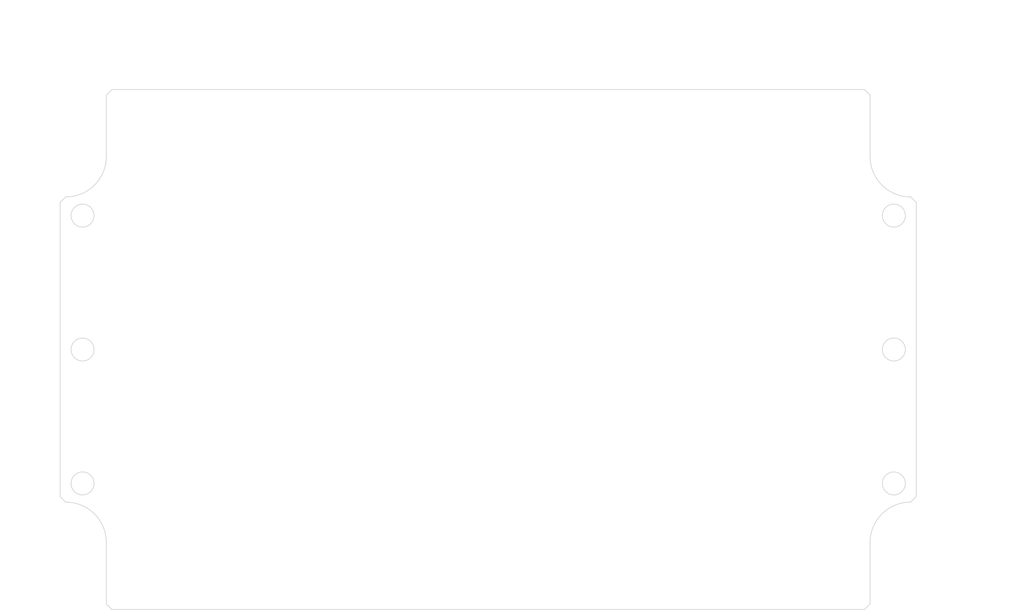
<source format=kicad_pcb>
(kicad_pcb (version 20171130) (host pcbnew "(5.1.0)-1")

  (general
    (thickness 1.6)
    (drawings 105)
    (tracks 0)
    (zones 0)
    (modules 0)
    (nets 1)
  )

  (page A3)
  (layers
    (0 F.Cu signal)
    (31 B.Cu signal)
    (32 B.Adhes user)
    (33 F.Adhes user)
    (34 B.Paste user)
    (35 F.Paste user)
    (36 B.SilkS user)
    (37 F.SilkS user)
    (38 B.Mask user)
    (39 F.Mask user)
    (40 Dwgs.User user)
    (41 Cmts.User user)
    (42 Eco1.User user)
    (43 Eco2.User user)
    (44 Edge.Cuts user)
    (45 Margin user)
    (46 B.CrtYd user)
    (47 F.CrtYd user)
    (48 B.Fab user)
    (49 F.Fab user)
  )

  (setup
    (last_trace_width 0.25)
    (trace_clearance 0.2)
    (zone_clearance 0.508)
    (zone_45_only no)
    (trace_min 0.2)
    (via_size 0.8)
    (via_drill 0.4)
    (via_min_size 0.4)
    (via_min_drill 0.3)
    (uvia_size 0.3)
    (uvia_drill 0.1)
    (uvias_allowed no)
    (uvia_min_size 0.2)
    (uvia_min_drill 0.1)
    (edge_width 0.05)
    (segment_width 0.2)
    (pcb_text_width 0.3)
    (pcb_text_size 1.5 1.5)
    (mod_edge_width 0.12)
    (mod_text_size 1 1)
    (mod_text_width 0.15)
    (pad_size 1.524 1.524)
    (pad_drill 0.762)
    (pad_to_mask_clearance 0.051)
    (solder_mask_min_width 0.25)
    (aux_axis_origin 0 0)
    (visible_elements 7FFFFFFF)
    (pcbplotparams
      (layerselection 0x010fc_ffffffff)
      (usegerberextensions false)
      (usegerberattributes false)
      (usegerberadvancedattributes false)
      (creategerberjobfile false)
      (excludeedgelayer true)
      (linewidth 0.152400)
      (plotframeref false)
      (viasonmask false)
      (mode 1)
      (useauxorigin false)
      (hpglpennumber 1)
      (hpglpenspeed 20)
      (hpglpendiameter 15.000000)
      (psnegative false)
      (psa4output false)
      (plotreference true)
      (plotvalue true)
      (plotinvisibletext false)
      (padsonsilk false)
      (subtractmaskfromsilk false)
      (outputformat 1)
      (mirror false)
      (drillshape 1)
      (scaleselection 1)
      (outputdirectory ""))
  )

  (net 0 "")

  (net_class Default "This is the default net class."
    (clearance 0.2)
    (trace_width 0.25)
    (via_dia 0.8)
    (via_drill 0.4)
    (uvia_dia 0.3)
    (uvia_drill 0.1)
  )

  (gr_arc (start 323.288383 82.480344) (end 311.858383 82.480344) (angle -90) (layer Edge.Cuts) (width 0.2))
  (gr_line (start 323.288383 93.910344) (end 323.351883 93.910344) (layer Edge.Cuts) (width 0.2))
  (gr_line (start 324.939383 95.497844) (end 324.939383 178.936844) (layer Edge.Cuts) (width 0.2))
  (gr_line (start 323.351883 180.524344) (end 323.288383 180.524344) (layer Edge.Cuts) (width 0.2))
  (gr_arc (start 323.288383 191.954344) (end 323.288383 180.524344) (angle -90) (layer Edge.Cuts) (width 0.2))
  (gr_line (start 311.858383 191.954344) (end 311.858383 209.391444) (layer Edge.Cuts) (width 0.2))
  (gr_line (start 310.270883 210.978944) (end 96.910883 210.978944) (layer Edge.Cuts) (width 0.2))
  (gr_line (start 95.323383 209.391444) (end 95.323383 191.954344) (layer Edge.Cuts) (width 0.2))
  (gr_arc (start 83.893383 191.954344) (end 95.323383 191.954344) (angle -90) (layer Edge.Cuts) (width 0.2))
  (gr_line (start 83.893383 180.524344) (end 83.829883 180.524344) (layer Edge.Cuts) (width 0.2))
  (gr_line (start 82.242383 178.936844) (end 82.242383 95.497844) (layer Edge.Cuts) (width 0.2))
  (gr_line (start 83.829883 93.910344) (end 83.893383 93.910344) (layer Edge.Cuts) (width 0.2))
  (gr_arc (start 83.893383 82.480344) (end 83.893383 93.910344) (angle -90) (layer Edge.Cuts) (width 0.2))
  (gr_line (start 95.323383 82.480344) (end 95.323383 65.043244) (layer Edge.Cuts) (width 0.2))
  (gr_line (start 96.910883 63.455744) (end 310.270883 63.455744) (layer Edge.Cuts) (width 0.2))
  (gr_circle (center 318.589383 137.217344) (end 321.849383 137.217344) (layer Edge.Cuts) (width 0.2))
  (gr_circle (center 318.589383 175.215744) (end 321.849383 175.215744) (layer Edge.Cuts) (width 0.2))
  (gr_circle (center 318.589383 99.218944) (end 321.849383 99.218944) (layer Edge.Cuts) (width 0.2))
  (gr_circle (center 88.592383 99.218944) (end 91.852383 99.218944) (layer Edge.Cuts) (width 0.2))
  (gr_circle (center 88.592383 137.217344) (end 91.852383 137.217344) (layer Edge.Cuts) (width 0.2))
  (gr_circle (center 88.592383 175.215744) (end 91.852383 175.215744) (layer Edge.Cuts) (width 0.2))
  (gr_line (start 311.858383 65.043244) (end 311.858383 82.480344) (layer Edge.Cuts) (width 0.2))
  (gr_line (start 323.351883 93.910344) (end 324.939383 95.497844) (layer Edge.Cuts) (width 0.2))
  (gr_line (start 324.939383 178.936844) (end 323.351883 180.524344) (layer Edge.Cuts) (width 0.2))
  (gr_line (start 311.858383 209.391444) (end 310.270883 210.978944) (layer Edge.Cuts) (width 0.2))
  (gr_line (start 96.910883 210.978944) (end 95.323383 209.391444) (layer Edge.Cuts) (width 0.2))
  (gr_line (start 83.829883 180.524344) (end 82.242383 178.936844) (layer Edge.Cuts) (width 0.2))
  (gr_line (start 82.242383 95.497844) (end 83.829883 93.910344) (layer Edge.Cuts) (width 0.2))
  (gr_line (start 95.323383 65.043244) (end 96.910883 63.455744) (layer Edge.Cuts) (width 0.2))
  (gr_line (start 310.270883 63.455744) (end 311.858383 65.043244) (layer Edge.Cuts) (width 0.2))
  (gr_text [9.06] (at 203.590883 111.028354) (layer Dwgs.User)
    (effects (font (size 2 1.8) (thickness 0.25)))
  )
  (gr_text " 230.00" (at 203.590883 107.124806) (layer Dwgs.User)
    (effects (font (size 2 1.8) (thickness 0.25)))
  )
  (gr_line (start 316.589383 108.946635) (end 208.985017 108.946635) (layer Dwgs.User) (width 0.2))
  (gr_line (start 90.592383 108.946635) (end 198.196749 108.946635) (layer Dwgs.User) (width 0.2))
  (gr_line (start 318.589383 100.218944) (end 318.589383 112.121635) (layer Dwgs.User) (width 0.2))
  (gr_line (start 88.592383 100.218944) (end 88.592383 112.121635) (layer Dwgs.User) (width 0.2))
  (gr_text [.25] (at 75.765401 82.688846) (layer Dwgs.User)
    (effects (font (size 2 1.8) (thickness 0.25)))
  )
  (gr_text " 6.35" (at 75.765401 78.785299) (layer Dwgs.User)
    (effects (font (size 2 1.8) (thickness 0.25)))
  )
  (gr_line (start 82.242383 80.607127) (end 79.616561 80.607127) (layer Dwgs.User) (width 0.2))
  (gr_line (start 86.592383 80.607127) (end 84.242383 80.607127) (layer Dwgs.User) (width 0.2))
  (gr_line (start 88.592383 98.218944) (end 88.592383 77.432127) (layer Dwgs.User) (width 0.2))
  (gr_line (start 82.242383 94.497844) (end 82.242383 77.432127) (layer Dwgs.User) (width 0.2))
  (gr_line (start 88.592383 137.307344) (end 88.592383 137.127344) (layer Dwgs.User) (width 0.2))
  (gr_line (start 88.502383 137.217344) (end 88.682383 137.217344) (layer Dwgs.User) (width 0.2))
  (gr_text " ∅6.52\n[∅0.26]" (at 103.19138 146.900389) (layer Dwgs.User)
    (effects (font (size 2 1.8) (thickness 0.25)))
  )
  (gr_line (start 95.995063 146.900389) (end 91.787025 141.396083) (layer Dwgs.User) (width 0.2))
  (gr_line (start 97.995063 146.900389) (end 95.995063 146.900389) (layer Dwgs.User) (width 0.2))
  (gr_text [R0.45] (at 111.278464 181.886064) (layer Dwgs.User)
    (effects (font (size 2 1.8) (thickness 0.25)))
  )
  (gr_text " R11.43" (at 111.278464 177.982517) (layer Dwgs.User)
    (effects (font (size 2 1.8) (thickness 0.25)))
  )
  (gr_line (start 101.272112 179.804345) (end 94.900162 184.25917) (layer Dwgs.User) (width 0.2))
  (gr_line (start 105.648996 179.804345) (end 101.272112 179.804345) (layer Dwgs.User) (width 0.2))
  (gr_text [1.41] (at 70.747182 195.179063) (layer Dwgs.User)
    (effects (font (size 2 1.8) (thickness 0.25)))
  )
  (gr_text " 35.76" (at 70.747182 191.275516) (layer Dwgs.User)
    (effects (font (size 2 1.8) (thickness 0.25)))
  )
  (gr_line (start 70.747182 177.215744) (end 70.747182 189.193797) (layer Dwgs.User) (width 0.2))
  (gr_line (start 70.747182 208.978944) (end 70.747182 197.000891) (layer Dwgs.User) (width 0.2))
  (gr_line (start 87.592383 175.215744) (end 67.572182 175.215744) (layer Dwgs.User) (width 0.2))
  (gr_line (start 95.910883 210.978944) (end 67.572182 210.978944) (layer Dwgs.User) (width 0.2))
  (gr_text [1.50] (at 70.747182 158.298263) (layer Dwgs.User)
    (effects (font (size 2 1.8) (thickness 0.25)))
  )
  (gr_text " 38.00" (at 70.747182 154.394716) (layer Dwgs.User)
    (effects (font (size 2 1.8) (thickness 0.25)))
  )
  (gr_line (start 70.747182 173.215744) (end 70.747182 160.120091) (layer Dwgs.User) (width 0.2))
  (gr_line (start 70.747182 139.217344) (end 70.747182 152.312997) (layer Dwgs.User) (width 0.2))
  (gr_line (start 87.592383 175.215744) (end 67.572182 175.215744) (layer Dwgs.User) (width 0.2))
  (gr_line (start 87.592383 137.217344) (end 67.572182 137.217344) (layer Dwgs.User) (width 0.2))
  (gr_text [1.50] (at 69.926621 116.700107) (layer Dwgs.User)
    (effects (font (size 2 1.8) (thickness 0.25)))
  )
  (gr_text " 38.00" (at 69.926621 112.79656) (layer Dwgs.User)
    (effects (font (size 2 1.8) (thickness 0.25)))
  )
  (gr_line (start 69.926621 135.217344) (end 69.926621 118.521935) (layer Dwgs.User) (width 0.2))
  (gr_line (start 69.926621 101.218944) (end 69.926621 110.714841) (layer Dwgs.User) (width 0.2))
  (gr_line (start 87.592383 137.217344) (end 66.751621 137.217344) (layer Dwgs.User) (width 0.2))
  (gr_line (start 87.592383 99.218944) (end 66.751621 99.218944) (layer Dwgs.User) (width 0.2))
  (gr_text [.52] (at 332.58138 56.433453) (layer Dwgs.User)
    (effects (font (size 2 1.8) (thickness 0.25)))
  )
  (gr_text " 13.08" (at 332.58138 52.529906) (layer Dwgs.User)
    (effects (font (size 2 1.8) (thickness 0.25)))
  )
  (gr_line (start 324.939383 54.351734) (end 327.958733 54.351734) (layer Dwgs.User) (width 0.2))
  (gr_line (start 313.858383 54.351734) (end 322.939383 54.351734) (layer Dwgs.User) (width 0.2))
  (gr_line (start 311.858383 64.043244) (end 311.858383 51.176734) (layer Dwgs.User) (width 0.2))
  (gr_line (start 324.939383 94.497844) (end 324.939383 51.176734) (layer Dwgs.User) (width 0.2))
  (gr_text [1.20] (at 335.946847 197.833363) (layer Dwgs.User)
    (effects (font (size 2 1.8) (thickness 0.25)))
  )
  (gr_text " 30.45" (at 335.946847 193.929816) (layer Dwgs.User)
    (effects (font (size 2 1.8) (thickness 0.25)))
  )
  (gr_line (start 335.946847 208.978944) (end 335.946847 199.655191) (layer Dwgs.User) (width 0.2))
  (gr_line (start 335.946847 182.524344) (end 335.946847 191.848097) (layer Dwgs.User) (width 0.2))
  (gr_line (start 311.270883 210.978944) (end 339.121847 210.978944) (layer Dwgs.User) (width 0.2))
  (gr_line (start 324.288383 180.524344) (end 339.121847 180.524344) (layer Dwgs.User) (width 0.2))
  (gr_text [3.41] (at 335.946847 132.476376) (layer Dwgs.User)
    (effects (font (size 2 1.8) (thickness 0.25)))
  )
  (gr_text " 86.61" (at 335.946847 128.573511) (layer Dwgs.User)
    (effects (font (size 2 1.8) (thickness 0.25)))
  )
  (gr_line (start 335.946847 178.524344) (end 335.946847 134.297522) (layer Dwgs.User) (width 0.2))
  (gr_line (start 335.946847 95.910344) (end 335.946847 126.491792) (layer Dwgs.User) (width 0.2))
  (gr_line (start 324.288383 180.524344) (end 339.121847 180.524344) (layer Dwgs.User) (width 0.2))
  (gr_line (start 324.288383 93.910344) (end 339.121847 93.910344) (layer Dwgs.User) (width 0.2))
  (gr_text [5.81] (at 349.897861 145.840124) (layer Dwgs.User)
    (effects (font (size 2 1.8) (thickness 0.25)))
  )
  (gr_text " 147.52" (at 349.897861 141.937259) (layer Dwgs.User)
    (effects (font (size 2 1.8) (thickness 0.25)))
  )
  (gr_line (start 349.897861 65.455744) (end 349.897861 139.85554) (layer Dwgs.User) (width 0.2))
  (gr_line (start 349.897861 208.978944) (end 349.897861 147.66127) (layer Dwgs.User) (width 0.2))
  (gr_line (start 311.270883 63.455744) (end 353.072861 63.455744) (layer Dwgs.User) (width 0.2))
  (gr_line (start 311.270883 210.978944) (end 353.072861 210.978944) (layer Dwgs.User) (width 0.2))
  (gr_text [8.52] (at 212.984719 56.384392) (layer Dwgs.User)
    (effects (font (size 2 1.8) (thickness 0.25)))
  )
  (gr_text " 216.54" (at 212.984719 52.481527) (layer Dwgs.User)
    (effects (font (size 2 1.8) (thickness 0.25)))
  )
  (gr_line (start 309.858383 54.302673) (end 218.37817 54.302673) (layer Dwgs.User) (width 0.2))
  (gr_line (start 97.323383 54.302673) (end 207.591267 54.302673) (layer Dwgs.User) (width 0.2))
  (gr_line (start 311.858383 64.043244) (end 311.858383 51.127673) (layer Dwgs.User) (width 0.2))
  (gr_line (start 95.323383 64.043244) (end 95.323383 51.127673) (layer Dwgs.User) (width 0.2))
  (gr_text [9.55] (at 193.05614 43.562483) (layer Dwgs.User)
    (effects (font (size 2 1.8) (thickness 0.25)))
  )
  (gr_text " 242.70" (at 193.05614 39.659618) (layer Dwgs.User)
    (effects (font (size 2 1.8) (thickness 0.25)))
  )
  (gr_line (start 322.939383 41.480764) (end 198.450273 41.480764) (layer Dwgs.User) (width 0.2))
  (gr_line (start 84.242383 41.480764) (end 187.662006 41.480764) (layer Dwgs.User) (width 0.2))
  (gr_line (start 324.939383 94.497844) (end 324.939383 38.305764) (layer Dwgs.User) (width 0.2))
  (gr_line (start 82.242383 94.497844) (end 82.242383 38.305764) (layer Dwgs.User) (width 0.2))

)

</source>
